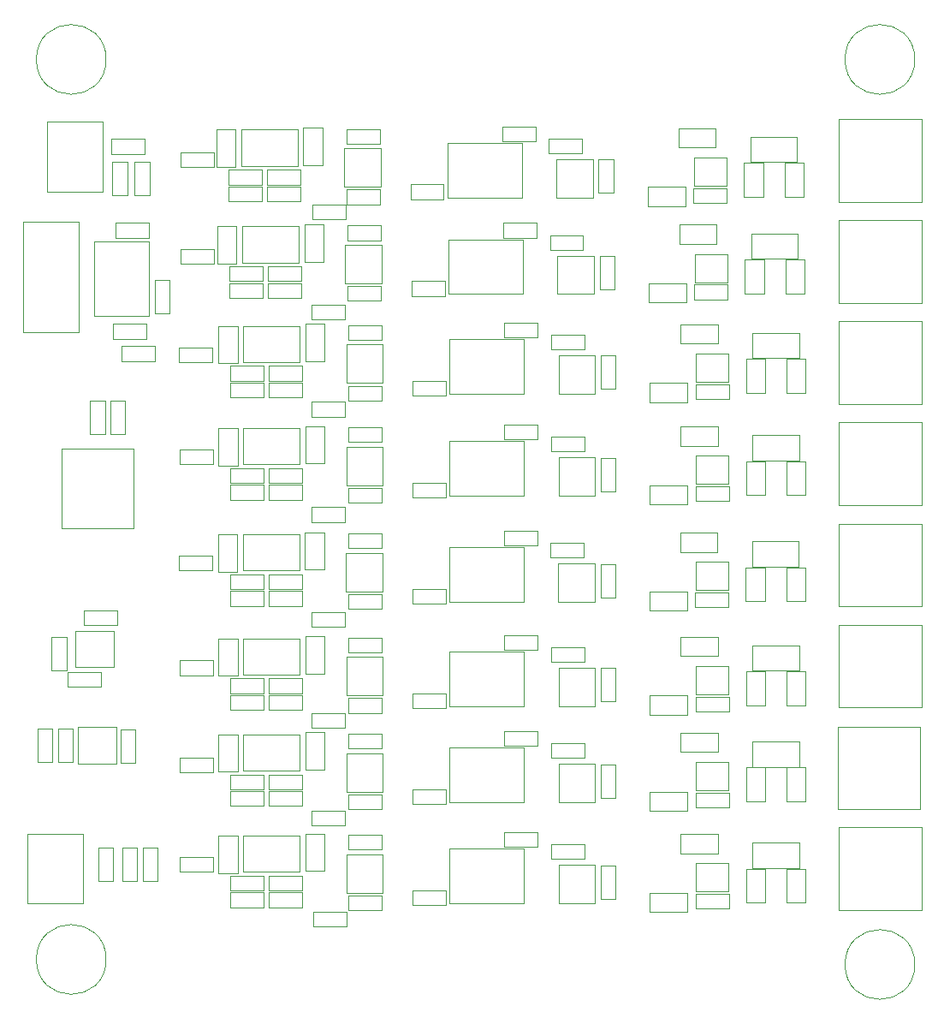
<source format=gbr>
G04 #@! TF.GenerationSoftware,KiCad,Pcbnew,(5.1.5-0)*
G04 #@! TF.CreationDate,2020-03-26T07:19:41-06:00*
G04 #@! TF.ProjectId,8ch_v3,3863685f-7633-42e6-9b69-6361645f7063,rev?*
G04 #@! TF.SameCoordinates,Original*
G04 #@! TF.FileFunction,Other,User*
%FSLAX46Y46*%
G04 Gerber Fmt 4.6, Leading zero omitted, Abs format (unit mm)*
G04 Created by KiCad (PCBNEW (5.1.5-0)) date 2020-03-26 07:19:41*
%MOMM*%
%LPD*%
G04 APERTURE LIST*
%ADD10C,0.050000*%
G04 APERTURE END LIST*
D10*
X149130000Y-117950000D02*
X149130000Y-121250000D01*
X147670000Y-117950000D02*
X149130000Y-117950000D01*
X147670000Y-121250000D02*
X147670000Y-117950000D01*
X149130000Y-121250000D02*
X147670000Y-121250000D01*
X145650000Y-109620000D02*
X145650000Y-106020000D01*
X149450000Y-109620000D02*
X145650000Y-109620000D01*
X149450000Y-106020000D02*
X149450000Y-109620000D01*
X145650000Y-106020000D02*
X149450000Y-106020000D01*
X141670000Y-109450000D02*
X141670000Y-106150000D01*
X143130000Y-109450000D02*
X141670000Y-109450000D01*
X143130000Y-106150000D02*
X143130000Y-109450000D01*
X141670000Y-106150000D02*
X143130000Y-106150000D01*
X168950000Y-124270000D02*
X172250000Y-124270000D01*
X168950000Y-125730000D02*
X168950000Y-124270000D01*
X172250000Y-125730000D02*
X168950000Y-125730000D01*
X172250000Y-124270000D02*
X172250000Y-125730000D01*
X155750000Y-118870000D02*
X159050000Y-118870000D01*
X155750000Y-120330000D02*
X155750000Y-118870000D01*
X159050000Y-120330000D02*
X155750000Y-120330000D01*
X159050000Y-118870000D02*
X159050000Y-120330000D01*
X168750000Y-114270000D02*
X172050000Y-114270000D01*
X168750000Y-115730000D02*
X168750000Y-114270000D01*
X172050000Y-115730000D02*
X168750000Y-115730000D01*
X172050000Y-114270000D02*
X172050000Y-115730000D01*
X155750000Y-109070000D02*
X159050000Y-109070000D01*
X155750000Y-110530000D02*
X155750000Y-109070000D01*
X159050000Y-110530000D02*
X155750000Y-110530000D01*
X159050000Y-109070000D02*
X159050000Y-110530000D01*
X168750000Y-104670000D02*
X172050000Y-104670000D01*
X168750000Y-106130000D02*
X168750000Y-104670000D01*
X172050000Y-106130000D02*
X168750000Y-106130000D01*
X172050000Y-104670000D02*
X172050000Y-106130000D01*
X155700000Y-99440000D02*
X159000000Y-99440000D01*
X155700000Y-100900000D02*
X155700000Y-99440000D01*
X159000000Y-100900000D02*
X155700000Y-100900000D01*
X159000000Y-99440000D02*
X159000000Y-100900000D01*
X168750000Y-94670000D02*
X172050000Y-94670000D01*
X168750000Y-96130000D02*
X168750000Y-94670000D01*
X172050000Y-96130000D02*
X168750000Y-96130000D01*
X172050000Y-94670000D02*
X172050000Y-96130000D01*
X155680000Y-89070000D02*
X158980000Y-89070000D01*
X155680000Y-90530000D02*
X155680000Y-89070000D01*
X158980000Y-90530000D02*
X155680000Y-90530000D01*
X158980000Y-89070000D02*
X158980000Y-90530000D01*
X168750000Y-84270000D02*
X172050000Y-84270000D01*
X168750000Y-85730000D02*
X168750000Y-84270000D01*
X172050000Y-85730000D02*
X168750000Y-85730000D01*
X172050000Y-84270000D02*
X172050000Y-85730000D01*
X155700000Y-78590000D02*
X159000000Y-78590000D01*
X155700000Y-80050000D02*
X155700000Y-78590000D01*
X159000000Y-80050000D02*
X155700000Y-80050000D01*
X159000000Y-78590000D02*
X159000000Y-80050000D01*
X168750000Y-73870000D02*
X172050000Y-73870000D01*
X168750000Y-75330000D02*
X168750000Y-73870000D01*
X172050000Y-75330000D02*
X168750000Y-75330000D01*
X172050000Y-73870000D02*
X172050000Y-75330000D01*
X155650000Y-68500000D02*
X158950000Y-68500000D01*
X155650000Y-69960000D02*
X155650000Y-68500000D01*
X158950000Y-69960000D02*
X155650000Y-69960000D01*
X158950000Y-68500000D02*
X158950000Y-69960000D01*
X168750000Y-64270000D02*
X172050000Y-64270000D01*
X168750000Y-65730000D02*
X168750000Y-64270000D01*
X172050000Y-65730000D02*
X168750000Y-65730000D01*
X172050000Y-64270000D02*
X172050000Y-65730000D01*
X155850000Y-58770000D02*
X159150000Y-58770000D01*
X155850000Y-60230000D02*
X155850000Y-58770000D01*
X159150000Y-60230000D02*
X155850000Y-60230000D01*
X159150000Y-58770000D02*
X159150000Y-60230000D01*
X168850000Y-54370000D02*
X172150000Y-54370000D01*
X168850000Y-55830000D02*
X168850000Y-54370000D01*
X172150000Y-55830000D02*
X168850000Y-55830000D01*
X172150000Y-54370000D02*
X172150000Y-55830000D01*
X155825000Y-49170000D02*
X159125000Y-49170000D01*
X155825000Y-50630000D02*
X155825000Y-49170000D01*
X159125000Y-50630000D02*
X155825000Y-50630000D01*
X159125000Y-49170000D02*
X159125000Y-50630000D01*
X149870000Y-109550000D02*
X149870000Y-106250000D01*
X151330000Y-109550000D02*
X149870000Y-109550000D01*
X151330000Y-106250000D02*
X151330000Y-109550000D01*
X149870000Y-106250000D02*
X151330000Y-106250000D01*
X143670000Y-109450000D02*
X143670000Y-106150000D01*
X145130000Y-109450000D02*
X143670000Y-109450000D01*
X145130000Y-106150000D02*
X145130000Y-109450000D01*
X143670000Y-106150000D02*
X145130000Y-106150000D01*
X167600000Y-116750000D02*
X162000000Y-116750000D01*
X167600000Y-120350000D02*
X162000000Y-120350000D01*
X162000000Y-120350000D02*
X162000000Y-116750000D01*
X167600000Y-120350000D02*
X167600000Y-116750000D01*
X175800000Y-122400000D02*
X172200000Y-122400000D01*
X175800000Y-118600000D02*
X175800000Y-122400000D01*
X172200000Y-118600000D02*
X175800000Y-118600000D01*
X172200000Y-122400000D02*
X172200000Y-118600000D01*
X167600000Y-106750000D02*
X162000000Y-106750000D01*
X167600000Y-110350000D02*
X162000000Y-110350000D01*
X162000000Y-110350000D02*
X162000000Y-106750000D01*
X167600000Y-110350000D02*
X167600000Y-106750000D01*
X175800000Y-112400000D02*
X172200000Y-112400000D01*
X175800000Y-108600000D02*
X175800000Y-112400000D01*
X172200000Y-108600000D02*
X175800000Y-108600000D01*
X172200000Y-112400000D02*
X172200000Y-108600000D01*
X167600000Y-97250000D02*
X162000000Y-97250000D01*
X167600000Y-100850000D02*
X162000000Y-100850000D01*
X162000000Y-100850000D02*
X162000000Y-97250000D01*
X167600000Y-100850000D02*
X167600000Y-97250000D01*
X175800000Y-102900000D02*
X172200000Y-102900000D01*
X175800000Y-99100000D02*
X175800000Y-102900000D01*
X172200000Y-99100000D02*
X175800000Y-99100000D01*
X172200000Y-102900000D02*
X172200000Y-99100000D01*
X167575000Y-86950000D02*
X161975000Y-86950000D01*
X167575000Y-90550000D02*
X161975000Y-90550000D01*
X161975000Y-90550000D02*
X161975000Y-86950000D01*
X167575000Y-90550000D02*
X167575000Y-86950000D01*
X175775000Y-92600000D02*
X172175000Y-92600000D01*
X175775000Y-88800000D02*
X175775000Y-92600000D01*
X172175000Y-88800000D02*
X175775000Y-88800000D01*
X172175000Y-92600000D02*
X172175000Y-88800000D01*
X167600000Y-76450000D02*
X162000000Y-76450000D01*
X167600000Y-80050000D02*
X162000000Y-80050000D01*
X162000000Y-80050000D02*
X162000000Y-76450000D01*
X167600000Y-80050000D02*
X167600000Y-76450000D01*
X175800000Y-82100000D02*
X172200000Y-82100000D01*
X175800000Y-78300000D02*
X175800000Y-82100000D01*
X172200000Y-78300000D02*
X175800000Y-78300000D01*
X172200000Y-82100000D02*
X172200000Y-78300000D01*
X167600000Y-66350000D02*
X162000000Y-66350000D01*
X167600000Y-69950000D02*
X162000000Y-69950000D01*
X162000000Y-69950000D02*
X162000000Y-66350000D01*
X167600000Y-69950000D02*
X167600000Y-66350000D01*
X175800000Y-72000000D02*
X172200000Y-72000000D01*
X175800000Y-68200000D02*
X175800000Y-72000000D01*
X172200000Y-68200000D02*
X175800000Y-68200000D01*
X172200000Y-72000000D02*
X172200000Y-68200000D01*
X167500000Y-56500000D02*
X161900000Y-56500000D01*
X167500000Y-60100000D02*
X161900000Y-60100000D01*
X161900000Y-60100000D02*
X161900000Y-56500000D01*
X167500000Y-60100000D02*
X167500000Y-56500000D01*
X175700000Y-62150000D02*
X172100000Y-62150000D01*
X175700000Y-58350000D02*
X175700000Y-62150000D01*
X172100000Y-58350000D02*
X175700000Y-58350000D01*
X172100000Y-62150000D02*
X172100000Y-58350000D01*
X167400000Y-46950000D02*
X161800000Y-46950000D01*
X167400000Y-50550000D02*
X161800000Y-50550000D01*
X161800000Y-50550000D02*
X161800000Y-46950000D01*
X167400000Y-50550000D02*
X167400000Y-46950000D01*
X175600000Y-52600000D02*
X172000000Y-52600000D01*
X175600000Y-48800000D02*
X175600000Y-52600000D01*
X172000000Y-48800000D02*
X175600000Y-48800000D01*
X172000000Y-52600000D02*
X172000000Y-48800000D01*
X167850000Y-123830000D02*
X164550000Y-123830000D01*
X167850000Y-122370000D02*
X167850000Y-123830000D01*
X164550000Y-122370000D02*
X167850000Y-122370000D01*
X164550000Y-123830000D02*
X164550000Y-122370000D01*
X164050000Y-123830000D02*
X160750000Y-123830000D01*
X164050000Y-122370000D02*
X164050000Y-123830000D01*
X160750000Y-122370000D02*
X164050000Y-122370000D01*
X160750000Y-123830000D02*
X160750000Y-122370000D01*
X167850000Y-113830000D02*
X164550000Y-113830000D01*
X167850000Y-112370000D02*
X167850000Y-113830000D01*
X164550000Y-112370000D02*
X167850000Y-112370000D01*
X164550000Y-113830000D02*
X164550000Y-112370000D01*
X164050000Y-113830000D02*
X160750000Y-113830000D01*
X164050000Y-112370000D02*
X164050000Y-113830000D01*
X160750000Y-112370000D02*
X164050000Y-112370000D01*
X160750000Y-113830000D02*
X160750000Y-112370000D01*
X167850000Y-104330000D02*
X164550000Y-104330000D01*
X167850000Y-102870000D02*
X167850000Y-104330000D01*
X164550000Y-102870000D02*
X167850000Y-102870000D01*
X164550000Y-104330000D02*
X164550000Y-102870000D01*
X164050000Y-104330000D02*
X160750000Y-104330000D01*
X164050000Y-102870000D02*
X164050000Y-104330000D01*
X160750000Y-102870000D02*
X164050000Y-102870000D01*
X160750000Y-104330000D02*
X160750000Y-102870000D01*
X167825000Y-94030000D02*
X164525000Y-94030000D01*
X167825000Y-92570000D02*
X167825000Y-94030000D01*
X164525000Y-92570000D02*
X167825000Y-92570000D01*
X164525000Y-94030000D02*
X164525000Y-92570000D01*
X164025000Y-94030000D02*
X160725000Y-94030000D01*
X164025000Y-92570000D02*
X164025000Y-94030000D01*
X160725000Y-92570000D02*
X164025000Y-92570000D01*
X160725000Y-94030000D02*
X160725000Y-92570000D01*
X167850000Y-83530000D02*
X164550000Y-83530000D01*
X167850000Y-82070000D02*
X167850000Y-83530000D01*
X164550000Y-82070000D02*
X167850000Y-82070000D01*
X164550000Y-83530000D02*
X164550000Y-82070000D01*
X164050000Y-83530000D02*
X160750000Y-83530000D01*
X164050000Y-82070000D02*
X164050000Y-83530000D01*
X160750000Y-82070000D02*
X164050000Y-82070000D01*
X160750000Y-83530000D02*
X160750000Y-82070000D01*
X167850000Y-73430000D02*
X164550000Y-73430000D01*
X167850000Y-71970000D02*
X167850000Y-73430000D01*
X164550000Y-71970000D02*
X167850000Y-71970000D01*
X164550000Y-73430000D02*
X164550000Y-71970000D01*
X164050000Y-73430000D02*
X160750000Y-73430000D01*
X164050000Y-71970000D02*
X164050000Y-73430000D01*
X160750000Y-71970000D02*
X164050000Y-71970000D01*
X160750000Y-73430000D02*
X160750000Y-71970000D01*
X167750000Y-63580000D02*
X164450000Y-63580000D01*
X167750000Y-62120000D02*
X167750000Y-63580000D01*
X164450000Y-62120000D02*
X167750000Y-62120000D01*
X164450000Y-63580000D02*
X164450000Y-62120000D01*
X163950000Y-63580000D02*
X160650000Y-63580000D01*
X163950000Y-62120000D02*
X163950000Y-63580000D01*
X160650000Y-62120000D02*
X163950000Y-62120000D01*
X160650000Y-63580000D02*
X160650000Y-62120000D01*
X167650000Y-54030000D02*
X164350000Y-54030000D01*
X167650000Y-52570000D02*
X167650000Y-54030000D01*
X164350000Y-52570000D02*
X167650000Y-52570000D01*
X164350000Y-54030000D02*
X164350000Y-52570000D01*
X163850000Y-54030000D02*
X160550000Y-54030000D01*
X163850000Y-52570000D02*
X163850000Y-54030000D01*
X160550000Y-52570000D02*
X163850000Y-52570000D01*
X160550000Y-54030000D02*
X160550000Y-52570000D01*
X170050000Y-116550000D02*
X170050000Y-120250000D01*
X168150000Y-116550000D02*
X170050000Y-116550000D01*
X168150000Y-120250000D02*
X168150000Y-116550000D01*
X170050000Y-120250000D02*
X168150000Y-120250000D01*
X167850000Y-122180000D02*
X164550000Y-122180000D01*
X167850000Y-120720000D02*
X167850000Y-122180000D01*
X164550000Y-120720000D02*
X167850000Y-120720000D01*
X164550000Y-122180000D02*
X164550000Y-120720000D01*
X175750000Y-118130000D02*
X172450000Y-118130000D01*
X175750000Y-116670000D02*
X175750000Y-118130000D01*
X172450000Y-116670000D02*
X175750000Y-116670000D01*
X172450000Y-118130000D02*
X172450000Y-116670000D01*
X164050000Y-122180000D02*
X160750000Y-122180000D01*
X164050000Y-120720000D02*
X164050000Y-122180000D01*
X160750000Y-120720000D02*
X164050000Y-120720000D01*
X160750000Y-122180000D02*
X160750000Y-120720000D01*
X175750000Y-124130000D02*
X172450000Y-124130000D01*
X175750000Y-122670000D02*
X175750000Y-124130000D01*
X172450000Y-122670000D02*
X175750000Y-122670000D01*
X172450000Y-124130000D02*
X172450000Y-122670000D01*
X161450000Y-116750000D02*
X161450000Y-120450000D01*
X159550000Y-116750000D02*
X161450000Y-116750000D01*
X159550000Y-120450000D02*
X159550000Y-116750000D01*
X161450000Y-120450000D02*
X159550000Y-120450000D01*
X170050000Y-106550000D02*
X170050000Y-110250000D01*
X168150000Y-106550000D02*
X170050000Y-106550000D01*
X168150000Y-110250000D02*
X168150000Y-106550000D01*
X170050000Y-110250000D02*
X168150000Y-110250000D01*
X167850000Y-112180000D02*
X164550000Y-112180000D01*
X167850000Y-110720000D02*
X167850000Y-112180000D01*
X164550000Y-110720000D02*
X167850000Y-110720000D01*
X164550000Y-112180000D02*
X164550000Y-110720000D01*
X175750000Y-108130000D02*
X172450000Y-108130000D01*
X175750000Y-106670000D02*
X175750000Y-108130000D01*
X172450000Y-106670000D02*
X175750000Y-106670000D01*
X172450000Y-108130000D02*
X172450000Y-106670000D01*
X164050000Y-112180000D02*
X160750000Y-112180000D01*
X164050000Y-110720000D02*
X164050000Y-112180000D01*
X160750000Y-110720000D02*
X164050000Y-110720000D01*
X160750000Y-112180000D02*
X160750000Y-110720000D01*
X175750000Y-114130000D02*
X172450000Y-114130000D01*
X175750000Y-112670000D02*
X175750000Y-114130000D01*
X172450000Y-112670000D02*
X175750000Y-112670000D01*
X172450000Y-114130000D02*
X172450000Y-112670000D01*
X161450000Y-106750000D02*
X161450000Y-110450000D01*
X159550000Y-106750000D02*
X161450000Y-106750000D01*
X159550000Y-110450000D02*
X159550000Y-106750000D01*
X161450000Y-110450000D02*
X159550000Y-110450000D01*
X170050000Y-97050000D02*
X170050000Y-100750000D01*
X168150000Y-97050000D02*
X170050000Y-97050000D01*
X168150000Y-100750000D02*
X168150000Y-97050000D01*
X170050000Y-100750000D02*
X168150000Y-100750000D01*
X167850000Y-102680000D02*
X164550000Y-102680000D01*
X167850000Y-101220000D02*
X167850000Y-102680000D01*
X164550000Y-101220000D02*
X167850000Y-101220000D01*
X164550000Y-102680000D02*
X164550000Y-101220000D01*
X175750000Y-98630000D02*
X172450000Y-98630000D01*
X175750000Y-97170000D02*
X175750000Y-98630000D01*
X172450000Y-97170000D02*
X175750000Y-97170000D01*
X172450000Y-98630000D02*
X172450000Y-97170000D01*
X164050000Y-102680000D02*
X160750000Y-102680000D01*
X164050000Y-101220000D02*
X164050000Y-102680000D01*
X160750000Y-101220000D02*
X164050000Y-101220000D01*
X160750000Y-102680000D02*
X160750000Y-101220000D01*
X175750000Y-104630000D02*
X172450000Y-104630000D01*
X175750000Y-103170000D02*
X175750000Y-104630000D01*
X172450000Y-103170000D02*
X175750000Y-103170000D01*
X172450000Y-104630000D02*
X172450000Y-103170000D01*
X161450000Y-97250000D02*
X161450000Y-100950000D01*
X159550000Y-97250000D02*
X161450000Y-97250000D01*
X159550000Y-100950000D02*
X159550000Y-97250000D01*
X161450000Y-100950000D02*
X159550000Y-100950000D01*
X170025000Y-86750000D02*
X170025000Y-90450000D01*
X168125000Y-86750000D02*
X170025000Y-86750000D01*
X168125000Y-90450000D02*
X168125000Y-86750000D01*
X170025000Y-90450000D02*
X168125000Y-90450000D01*
X167825000Y-92380000D02*
X164525000Y-92380000D01*
X167825000Y-90920000D02*
X167825000Y-92380000D01*
X164525000Y-90920000D02*
X167825000Y-90920000D01*
X164525000Y-92380000D02*
X164525000Y-90920000D01*
X175725000Y-88330000D02*
X172425000Y-88330000D01*
X175725000Y-86870000D02*
X175725000Y-88330000D01*
X172425000Y-86870000D02*
X175725000Y-86870000D01*
X172425000Y-88330000D02*
X172425000Y-86870000D01*
X164025000Y-92380000D02*
X160725000Y-92380000D01*
X164025000Y-90920000D02*
X164025000Y-92380000D01*
X160725000Y-90920000D02*
X164025000Y-90920000D01*
X160725000Y-92380000D02*
X160725000Y-90920000D01*
X175725000Y-94330000D02*
X172425000Y-94330000D01*
X175725000Y-92870000D02*
X175725000Y-94330000D01*
X172425000Y-92870000D02*
X175725000Y-92870000D01*
X172425000Y-94330000D02*
X172425000Y-92870000D01*
X161425000Y-86950000D02*
X161425000Y-90650000D01*
X159525000Y-86950000D02*
X161425000Y-86950000D01*
X159525000Y-90650000D02*
X159525000Y-86950000D01*
X161425000Y-90650000D02*
X159525000Y-90650000D01*
X170050000Y-76250000D02*
X170050000Y-79950000D01*
X168150000Y-76250000D02*
X170050000Y-76250000D01*
X168150000Y-79950000D02*
X168150000Y-76250000D01*
X170050000Y-79950000D02*
X168150000Y-79950000D01*
X167850000Y-81880000D02*
X164550000Y-81880000D01*
X167850000Y-80420000D02*
X167850000Y-81880000D01*
X164550000Y-80420000D02*
X167850000Y-80420000D01*
X164550000Y-81880000D02*
X164550000Y-80420000D01*
X175750000Y-77830000D02*
X172450000Y-77830000D01*
X175750000Y-76370000D02*
X175750000Y-77830000D01*
X172450000Y-76370000D02*
X175750000Y-76370000D01*
X172450000Y-77830000D02*
X172450000Y-76370000D01*
X164050000Y-81880000D02*
X160750000Y-81880000D01*
X164050000Y-80420000D02*
X164050000Y-81880000D01*
X160750000Y-80420000D02*
X164050000Y-80420000D01*
X160750000Y-81880000D02*
X160750000Y-80420000D01*
X175750000Y-83830000D02*
X172450000Y-83830000D01*
X175750000Y-82370000D02*
X175750000Y-83830000D01*
X172450000Y-82370000D02*
X175750000Y-82370000D01*
X172450000Y-83830000D02*
X172450000Y-82370000D01*
X161450000Y-76450000D02*
X161450000Y-80150000D01*
X159550000Y-76450000D02*
X161450000Y-76450000D01*
X159550000Y-80150000D02*
X159550000Y-76450000D01*
X161450000Y-80150000D02*
X159550000Y-80150000D01*
X170050000Y-66150000D02*
X170050000Y-69850000D01*
X168150000Y-66150000D02*
X170050000Y-66150000D01*
X168150000Y-69850000D02*
X168150000Y-66150000D01*
X170050000Y-69850000D02*
X168150000Y-69850000D01*
X167850000Y-71780000D02*
X164550000Y-71780000D01*
X167850000Y-70320000D02*
X167850000Y-71780000D01*
X164550000Y-70320000D02*
X167850000Y-70320000D01*
X164550000Y-71780000D02*
X164550000Y-70320000D01*
X175750000Y-67730000D02*
X172450000Y-67730000D01*
X175750000Y-66270000D02*
X175750000Y-67730000D01*
X172450000Y-66270000D02*
X175750000Y-66270000D01*
X172450000Y-67730000D02*
X172450000Y-66270000D01*
X164050000Y-71780000D02*
X160750000Y-71780000D01*
X164050000Y-70320000D02*
X164050000Y-71780000D01*
X160750000Y-70320000D02*
X164050000Y-70320000D01*
X160750000Y-71780000D02*
X160750000Y-70320000D01*
X175750000Y-73730000D02*
X172450000Y-73730000D01*
X175750000Y-72270000D02*
X175750000Y-73730000D01*
X172450000Y-72270000D02*
X175750000Y-72270000D01*
X172450000Y-73730000D02*
X172450000Y-72270000D01*
X161450000Y-66350000D02*
X161450000Y-70050000D01*
X159550000Y-66350000D02*
X161450000Y-66350000D01*
X159550000Y-70050000D02*
X159550000Y-66350000D01*
X161450000Y-70050000D02*
X159550000Y-70050000D01*
X169950000Y-56300000D02*
X169950000Y-60000000D01*
X168050000Y-56300000D02*
X169950000Y-56300000D01*
X168050000Y-60000000D02*
X168050000Y-56300000D01*
X169950000Y-60000000D02*
X168050000Y-60000000D01*
X167750000Y-61930000D02*
X164450000Y-61930000D01*
X167750000Y-60470000D02*
X167750000Y-61930000D01*
X164450000Y-60470000D02*
X167750000Y-60470000D01*
X164450000Y-61930000D02*
X164450000Y-60470000D01*
X175650000Y-57880000D02*
X172350000Y-57880000D01*
X175650000Y-56420000D02*
X175650000Y-57880000D01*
X172350000Y-56420000D02*
X175650000Y-56420000D01*
X172350000Y-57880000D02*
X172350000Y-56420000D01*
X163950000Y-61930000D02*
X160650000Y-61930000D01*
X163950000Y-60470000D02*
X163950000Y-61930000D01*
X160650000Y-60470000D02*
X163950000Y-60470000D01*
X160650000Y-61930000D02*
X160650000Y-60470000D01*
X175650000Y-63880000D02*
X172350000Y-63880000D01*
X175650000Y-62420000D02*
X175650000Y-63880000D01*
X172350000Y-62420000D02*
X175650000Y-62420000D01*
X172350000Y-63880000D02*
X172350000Y-62420000D01*
X161350000Y-56500000D02*
X161350000Y-60200000D01*
X159450000Y-56500000D02*
X161350000Y-56500000D01*
X159450000Y-60200000D02*
X159450000Y-56500000D01*
X161350000Y-60200000D02*
X159450000Y-60200000D01*
X169850000Y-46750000D02*
X169850000Y-50450000D01*
X167950000Y-46750000D02*
X169850000Y-46750000D01*
X167950000Y-50450000D02*
X167950000Y-46750000D01*
X169850000Y-50450000D02*
X167950000Y-50450000D01*
X167650000Y-52380000D02*
X164350000Y-52380000D01*
X167650000Y-50920000D02*
X167650000Y-52380000D01*
X164350000Y-50920000D02*
X167650000Y-50920000D01*
X164350000Y-52380000D02*
X164350000Y-50920000D01*
X175550000Y-48330000D02*
X172250000Y-48330000D01*
X175550000Y-46870000D02*
X175550000Y-48330000D01*
X172250000Y-46870000D02*
X175550000Y-46870000D01*
X172250000Y-48330000D02*
X172250000Y-46870000D01*
X163850000Y-52380000D02*
X160550000Y-52380000D01*
X163850000Y-50920000D02*
X163850000Y-52380000D01*
X160550000Y-50920000D02*
X163850000Y-50920000D01*
X160550000Y-52380000D02*
X160550000Y-50920000D01*
X175550000Y-54330000D02*
X172250000Y-54330000D01*
X175550000Y-52870000D02*
X175550000Y-54330000D01*
X172250000Y-52870000D02*
X175550000Y-52870000D01*
X172250000Y-54330000D02*
X172250000Y-52870000D01*
X161250000Y-46950000D02*
X161250000Y-50650000D01*
X159350000Y-46950000D02*
X161250000Y-46950000D01*
X159350000Y-50650000D02*
X159350000Y-46950000D01*
X161250000Y-50650000D02*
X159350000Y-50650000D01*
X152070000Y-121250000D02*
X152070000Y-117950000D01*
X153530000Y-121250000D02*
X152070000Y-121250000D01*
X153530000Y-117950000D02*
X153530000Y-121250000D01*
X152070000Y-117950000D02*
X153530000Y-117950000D01*
X150530000Y-50150000D02*
X150530000Y-53450000D01*
X149070000Y-50150000D02*
X150530000Y-50150000D01*
X149070000Y-53450000D02*
X149070000Y-50150000D01*
X150530000Y-53450000D02*
X149070000Y-53450000D01*
X142600000Y-46150000D02*
X142600000Y-53050000D01*
X148100000Y-46150000D02*
X142600000Y-46150000D01*
X148100000Y-53050000D02*
X148100000Y-46150000D01*
X142600000Y-53050000D02*
X148100000Y-53050000D01*
X146200000Y-123450000D02*
X146200000Y-116550000D01*
X140700000Y-123450000D02*
X146200000Y-123450000D01*
X140700000Y-116550000D02*
X140700000Y-123450000D01*
X146200000Y-116550000D02*
X140700000Y-116550000D01*
X148950000Y-47870000D02*
X152250000Y-47870000D01*
X148950000Y-49330000D02*
X148950000Y-47870000D01*
X152250000Y-49330000D02*
X148950000Y-49330000D01*
X152250000Y-47870000D02*
X152250000Y-49330000D01*
X151530000Y-117950000D02*
X151530000Y-121250000D01*
X150070000Y-117950000D02*
X151530000Y-117950000D01*
X150070000Y-121250000D02*
X150070000Y-117950000D01*
X151530000Y-121250000D02*
X150070000Y-121250000D01*
X151270000Y-53450000D02*
X151270000Y-50150000D01*
X152730000Y-53450000D02*
X151270000Y-53450000D01*
X152730000Y-50150000D02*
X152730000Y-53450000D01*
X151270000Y-50150000D02*
X152730000Y-50150000D01*
X145420000Y-100120000D02*
X145420000Y-96520000D01*
X149220000Y-100120000D02*
X145420000Y-100120000D01*
X149220000Y-96520000D02*
X149220000Y-100120000D01*
X145420000Y-96520000D02*
X149220000Y-96520000D01*
X145700000Y-66950000D02*
X145700000Y-56050000D01*
X140200000Y-66950000D02*
X145700000Y-66950000D01*
X140200000Y-56050000D02*
X140200000Y-66950000D01*
X145700000Y-56050000D02*
X140200000Y-56050000D01*
X220800000Y-105975000D02*
X229000000Y-105975000D01*
X229000000Y-105975000D02*
X229000000Y-114175000D01*
X229000000Y-114175000D02*
X220800000Y-114175000D01*
X220800000Y-114175000D02*
X220800000Y-105975000D01*
X220900000Y-55900000D02*
X229100000Y-55900000D01*
X229100000Y-55900000D02*
X229100000Y-64100000D01*
X229100000Y-64100000D02*
X220900000Y-64100000D01*
X220900000Y-64100000D02*
X220900000Y-55900000D01*
X220900000Y-54100000D02*
X220900000Y-45900000D01*
X220900000Y-45900000D02*
X229100000Y-45900000D01*
X229100000Y-45900000D02*
X229100000Y-54100000D01*
X229100000Y-54100000D02*
X220900000Y-54100000D01*
X149150000Y-66170000D02*
X152450000Y-66170000D01*
X149150000Y-67630000D02*
X149150000Y-66170000D01*
X152450000Y-67630000D02*
X149150000Y-67630000D01*
X152450000Y-66170000D02*
X152450000Y-67630000D01*
X149950000Y-68370000D02*
X153250000Y-68370000D01*
X149950000Y-69830000D02*
X149950000Y-68370000D01*
X153250000Y-69830000D02*
X149950000Y-69830000D01*
X153250000Y-68370000D02*
X153250000Y-69830000D01*
X152700000Y-65400000D02*
X152700000Y-58000000D01*
X147300000Y-65400000D02*
X152700000Y-65400000D01*
X147300000Y-58000000D02*
X147300000Y-65400000D01*
X152700000Y-58000000D02*
X147300000Y-58000000D01*
X144050000Y-78450000D02*
X144050000Y-86350000D01*
X151150000Y-78450000D02*
X151150000Y-86350000D01*
X151150000Y-86350000D02*
X144050000Y-86350000D01*
X151150000Y-78450000D02*
X144050000Y-78450000D01*
X154730000Y-61850000D02*
X154730000Y-65150000D01*
X153270000Y-61850000D02*
X154730000Y-61850000D01*
X153270000Y-65150000D02*
X153270000Y-61850000D01*
X154730000Y-65150000D02*
X153270000Y-65150000D01*
X149350000Y-56170000D02*
X152650000Y-56170000D01*
X149350000Y-57630000D02*
X149350000Y-56170000D01*
X152650000Y-57630000D02*
X149350000Y-57630000D01*
X152650000Y-56170000D02*
X152650000Y-57630000D01*
X146870000Y-77050000D02*
X146870000Y-73750000D01*
X148330000Y-77050000D02*
X146870000Y-77050000D01*
X148330000Y-73750000D02*
X148330000Y-77050000D01*
X146870000Y-73750000D02*
X148330000Y-73750000D01*
X148870000Y-77050000D02*
X148870000Y-73750000D01*
X150330000Y-77050000D02*
X148870000Y-77050000D01*
X150330000Y-73750000D02*
X150330000Y-77050000D01*
X148870000Y-73750000D02*
X150330000Y-73750000D01*
X217650000Y-120020000D02*
X217650000Y-123380000D01*
X215750000Y-120020000D02*
X217650000Y-120020000D01*
X215750000Y-123380000D02*
X215750000Y-120020000D01*
X217650000Y-123380000D02*
X215750000Y-123380000D01*
X213650000Y-120020000D02*
X213650000Y-123380000D01*
X211750000Y-120020000D02*
X213650000Y-120020000D01*
X211750000Y-123380000D02*
X211750000Y-120020000D01*
X213650000Y-123380000D02*
X211750000Y-123380000D01*
X210050000Y-123980000D02*
X206750000Y-123980000D01*
X210050000Y-122520000D02*
X210050000Y-123980000D01*
X206750000Y-122520000D02*
X210050000Y-122520000D01*
X206750000Y-123980000D02*
X206750000Y-122520000D01*
X217650000Y-110020000D02*
X217650000Y-113380000D01*
X215750000Y-110020000D02*
X217650000Y-110020000D01*
X215750000Y-113380000D02*
X215750000Y-110020000D01*
X217650000Y-113380000D02*
X215750000Y-113380000D01*
X213650000Y-110020000D02*
X213650000Y-113380000D01*
X211750000Y-110020000D02*
X213650000Y-110020000D01*
X211750000Y-113380000D02*
X211750000Y-110020000D01*
X213650000Y-113380000D02*
X211750000Y-113380000D01*
X210050000Y-113980000D02*
X206750000Y-113980000D01*
X210050000Y-112520000D02*
X210050000Y-113980000D01*
X206750000Y-112520000D02*
X210050000Y-112520000D01*
X206750000Y-113980000D02*
X206750000Y-112520000D01*
X217650000Y-100520000D02*
X217650000Y-103880000D01*
X215750000Y-100520000D02*
X217650000Y-100520000D01*
X215750000Y-103880000D02*
X215750000Y-100520000D01*
X217650000Y-103880000D02*
X215750000Y-103880000D01*
X213650000Y-100520000D02*
X213650000Y-103880000D01*
X211750000Y-100520000D02*
X213650000Y-100520000D01*
X211750000Y-103880000D02*
X211750000Y-100520000D01*
X213650000Y-103880000D02*
X211750000Y-103880000D01*
X210050000Y-104480000D02*
X206750000Y-104480000D01*
X210050000Y-103020000D02*
X210050000Y-104480000D01*
X206750000Y-103020000D02*
X210050000Y-103020000D01*
X206750000Y-104480000D02*
X206750000Y-103020000D01*
X217625000Y-90220000D02*
X217625000Y-93580000D01*
X215725000Y-90220000D02*
X217625000Y-90220000D01*
X215725000Y-93580000D02*
X215725000Y-90220000D01*
X217625000Y-93580000D02*
X215725000Y-93580000D01*
X213625000Y-90220000D02*
X213625000Y-93580000D01*
X211725000Y-90220000D02*
X213625000Y-90220000D01*
X211725000Y-93580000D02*
X211725000Y-90220000D01*
X213625000Y-93580000D02*
X211725000Y-93580000D01*
X210025000Y-94180000D02*
X206725000Y-94180000D01*
X210025000Y-92720000D02*
X210025000Y-94180000D01*
X206725000Y-92720000D02*
X210025000Y-92720000D01*
X206725000Y-94180000D02*
X206725000Y-92720000D01*
X217650000Y-79720000D02*
X217650000Y-83080000D01*
X215750000Y-79720000D02*
X217650000Y-79720000D01*
X215750000Y-83080000D02*
X215750000Y-79720000D01*
X217650000Y-83080000D02*
X215750000Y-83080000D01*
X213650000Y-79720000D02*
X213650000Y-83080000D01*
X211750000Y-79720000D02*
X213650000Y-79720000D01*
X211750000Y-83080000D02*
X211750000Y-79720000D01*
X213650000Y-83080000D02*
X211750000Y-83080000D01*
X210050000Y-83680000D02*
X206750000Y-83680000D01*
X210050000Y-82220000D02*
X210050000Y-83680000D01*
X206750000Y-82220000D02*
X210050000Y-82220000D01*
X206750000Y-83680000D02*
X206750000Y-82220000D01*
X217650000Y-69620000D02*
X217650000Y-72980000D01*
X215750000Y-69620000D02*
X217650000Y-69620000D01*
X215750000Y-72980000D02*
X215750000Y-69620000D01*
X217650000Y-72980000D02*
X215750000Y-72980000D01*
X213650000Y-69620000D02*
X213650000Y-72980000D01*
X211750000Y-69620000D02*
X213650000Y-69620000D01*
X211750000Y-72980000D02*
X211750000Y-69620000D01*
X213650000Y-72980000D02*
X211750000Y-72980000D01*
X210050000Y-73580000D02*
X206750000Y-73580000D01*
X210050000Y-72120000D02*
X210050000Y-73580000D01*
X206750000Y-72120000D02*
X210050000Y-72120000D01*
X206750000Y-73580000D02*
X206750000Y-72120000D01*
X217550000Y-59770000D02*
X217550000Y-63130000D01*
X215650000Y-59770000D02*
X217550000Y-59770000D01*
X215650000Y-63130000D02*
X215650000Y-59770000D01*
X217550000Y-63130000D02*
X215650000Y-63130000D01*
X213550000Y-59770000D02*
X213550000Y-63130000D01*
X211650000Y-59770000D02*
X213550000Y-59770000D01*
X211650000Y-63130000D02*
X211650000Y-59770000D01*
X213550000Y-63130000D02*
X211650000Y-63130000D01*
X209950000Y-63730000D02*
X206650000Y-63730000D01*
X209950000Y-62270000D02*
X209950000Y-63730000D01*
X206650000Y-62270000D02*
X209950000Y-62270000D01*
X206650000Y-63730000D02*
X206650000Y-62270000D01*
X206800000Y-122300000D02*
X210000000Y-122300000D01*
X206800000Y-119500000D02*
X210000000Y-119500000D01*
X206800000Y-119500000D02*
X206800000Y-122300000D01*
X210000000Y-122300000D02*
X210000000Y-119500000D01*
X206800000Y-112300000D02*
X210000000Y-112300000D01*
X206800000Y-109500000D02*
X210000000Y-109500000D01*
X206800000Y-109500000D02*
X206800000Y-112300000D01*
X210000000Y-112300000D02*
X210000000Y-109500000D01*
X206800000Y-102800000D02*
X210000000Y-102800000D01*
X206800000Y-100000000D02*
X210000000Y-100000000D01*
X206800000Y-100000000D02*
X206800000Y-102800000D01*
X210000000Y-102800000D02*
X210000000Y-100000000D01*
X206775000Y-92500000D02*
X209975000Y-92500000D01*
X206775000Y-89700000D02*
X209975000Y-89700000D01*
X206775000Y-89700000D02*
X206775000Y-92500000D01*
X209975000Y-92500000D02*
X209975000Y-89700000D01*
X206800000Y-82000000D02*
X210000000Y-82000000D01*
X206800000Y-79200000D02*
X210000000Y-79200000D01*
X206800000Y-79200000D02*
X206800000Y-82000000D01*
X210000000Y-82000000D02*
X210000000Y-79200000D01*
X206800000Y-71900000D02*
X210000000Y-71900000D01*
X206800000Y-69100000D02*
X210000000Y-69100000D01*
X206800000Y-69100000D02*
X206800000Y-71900000D01*
X210000000Y-71900000D02*
X210000000Y-69100000D01*
X206700000Y-62050000D02*
X209900000Y-62050000D01*
X206700000Y-59250000D02*
X209900000Y-59250000D01*
X206700000Y-59250000D02*
X206700000Y-62050000D01*
X209900000Y-62050000D02*
X209900000Y-59250000D01*
X205950000Y-124300000D02*
X202250000Y-124300000D01*
X205950000Y-122400000D02*
X205950000Y-124300000D01*
X202250000Y-122400000D02*
X205950000Y-122400000D01*
X202250000Y-124300000D02*
X202250000Y-122400000D01*
X208950000Y-118500000D02*
X205250000Y-118500000D01*
X208950000Y-116600000D02*
X208950000Y-118500000D01*
X205250000Y-116600000D02*
X208950000Y-116600000D01*
X205250000Y-118500000D02*
X205250000Y-116600000D01*
X205950000Y-114300000D02*
X202250000Y-114300000D01*
X205950000Y-112400000D02*
X205950000Y-114300000D01*
X202250000Y-112400000D02*
X205950000Y-112400000D01*
X202250000Y-114300000D02*
X202250000Y-112400000D01*
X208950000Y-108500000D02*
X205250000Y-108500000D01*
X208950000Y-106600000D02*
X208950000Y-108500000D01*
X205250000Y-106600000D02*
X208950000Y-106600000D01*
X205250000Y-108500000D02*
X205250000Y-106600000D01*
X205950000Y-104800000D02*
X202250000Y-104800000D01*
X205950000Y-102900000D02*
X205950000Y-104800000D01*
X202250000Y-102900000D02*
X205950000Y-102900000D01*
X202250000Y-104800000D02*
X202250000Y-102900000D01*
X208950000Y-99000000D02*
X205250000Y-99000000D01*
X208950000Y-97100000D02*
X208950000Y-99000000D01*
X205250000Y-97100000D02*
X208950000Y-97100000D01*
X205250000Y-99000000D02*
X205250000Y-97100000D01*
X205925000Y-94500000D02*
X202225000Y-94500000D01*
X205925000Y-92600000D02*
X205925000Y-94500000D01*
X202225000Y-92600000D02*
X205925000Y-92600000D01*
X202225000Y-94500000D02*
X202225000Y-92600000D01*
X208925000Y-88700000D02*
X205225000Y-88700000D01*
X208925000Y-86800000D02*
X208925000Y-88700000D01*
X205225000Y-86800000D02*
X208925000Y-86800000D01*
X205225000Y-88700000D02*
X205225000Y-86800000D01*
X205950000Y-84000000D02*
X202250000Y-84000000D01*
X205950000Y-82100000D02*
X205950000Y-84000000D01*
X202250000Y-82100000D02*
X205950000Y-82100000D01*
X202250000Y-84000000D02*
X202250000Y-82100000D01*
X208950000Y-78200000D02*
X205250000Y-78200000D01*
X208950000Y-76300000D02*
X208950000Y-78200000D01*
X205250000Y-76300000D02*
X208950000Y-76300000D01*
X205250000Y-78200000D02*
X205250000Y-76300000D01*
X205950000Y-73900000D02*
X202250000Y-73900000D01*
X205950000Y-72000000D02*
X205950000Y-73900000D01*
X202250000Y-72000000D02*
X205950000Y-72000000D01*
X202250000Y-73900000D02*
X202250000Y-72000000D01*
X208950000Y-68100000D02*
X205250000Y-68100000D01*
X208950000Y-66200000D02*
X208950000Y-68100000D01*
X205250000Y-66200000D02*
X208950000Y-66200000D01*
X205250000Y-68100000D02*
X205250000Y-66200000D01*
X205850000Y-64050000D02*
X202150000Y-64050000D01*
X205850000Y-62150000D02*
X205850000Y-64050000D01*
X202150000Y-62150000D02*
X205850000Y-62150000D01*
X202150000Y-64050000D02*
X202150000Y-62150000D01*
X208850000Y-58250000D02*
X205150000Y-58250000D01*
X208850000Y-56350000D02*
X208850000Y-58250000D01*
X205150000Y-56350000D02*
X208850000Y-56350000D01*
X205150000Y-58250000D02*
X205150000Y-56350000D01*
X217000000Y-119950000D02*
X212400000Y-119950000D01*
X217000000Y-119950000D02*
X217000000Y-117450000D01*
X212400000Y-117450000D02*
X212400000Y-119950000D01*
X212400000Y-117450000D02*
X217000000Y-117450000D01*
X217000000Y-109950000D02*
X212400000Y-109950000D01*
X217000000Y-109950000D02*
X217000000Y-107450000D01*
X212400000Y-107450000D02*
X212400000Y-109950000D01*
X212400000Y-107450000D02*
X217000000Y-107450000D01*
X217000000Y-100450000D02*
X212400000Y-100450000D01*
X217000000Y-100450000D02*
X217000000Y-97950000D01*
X212400000Y-97950000D02*
X212400000Y-100450000D01*
X212400000Y-97950000D02*
X217000000Y-97950000D01*
X216975000Y-90150000D02*
X212375000Y-90150000D01*
X216975000Y-90150000D02*
X216975000Y-87650000D01*
X212375000Y-87650000D02*
X212375000Y-90150000D01*
X212375000Y-87650000D02*
X216975000Y-87650000D01*
X217000000Y-79650000D02*
X212400000Y-79650000D01*
X217000000Y-79650000D02*
X217000000Y-77150000D01*
X212400000Y-77150000D02*
X212400000Y-79650000D01*
X212400000Y-77150000D02*
X217000000Y-77150000D01*
X217000000Y-69550000D02*
X212400000Y-69550000D01*
X217000000Y-69550000D02*
X217000000Y-67050000D01*
X212400000Y-67050000D02*
X212400000Y-69550000D01*
X212400000Y-67050000D02*
X217000000Y-67050000D01*
X216900000Y-59700000D02*
X212300000Y-59700000D01*
X216900000Y-59700000D02*
X216900000Y-57200000D01*
X212300000Y-57200000D02*
X212300000Y-59700000D01*
X212300000Y-57200000D02*
X216900000Y-57200000D01*
X220900000Y-115900000D02*
X229100000Y-115900000D01*
X229100000Y-115900000D02*
X229100000Y-124100000D01*
X229100000Y-124100000D02*
X220900000Y-124100000D01*
X220900000Y-124100000D02*
X220900000Y-115900000D01*
X220900000Y-95900000D02*
X229100000Y-95900000D01*
X229100000Y-95900000D02*
X229100000Y-104100000D01*
X229100000Y-104100000D02*
X220900000Y-104100000D01*
X220900000Y-104100000D02*
X220900000Y-95900000D01*
X220900000Y-85900000D02*
X229100000Y-85900000D01*
X229100000Y-85900000D02*
X229100000Y-94100000D01*
X229100000Y-94100000D02*
X220900000Y-94100000D01*
X220900000Y-94100000D02*
X220900000Y-85900000D01*
X220900000Y-75900000D02*
X229100000Y-75900000D01*
X229100000Y-75900000D02*
X229100000Y-84100000D01*
X229100000Y-84100000D02*
X220900000Y-84100000D01*
X220900000Y-84100000D02*
X220900000Y-75900000D01*
X220900000Y-65900000D02*
X229100000Y-65900000D01*
X229100000Y-65900000D02*
X229100000Y-74100000D01*
X229100000Y-74100000D02*
X220900000Y-74100000D01*
X220900000Y-74100000D02*
X220900000Y-65900000D01*
X193200000Y-119650000D02*
X196800000Y-119650000D01*
X193200000Y-123450000D02*
X193200000Y-119650000D01*
X196800000Y-123450000D02*
X193200000Y-123450000D01*
X196800000Y-119650000D02*
X196800000Y-123450000D01*
X189800000Y-118050000D02*
X182400000Y-118050000D01*
X189800000Y-123450000D02*
X189800000Y-118050000D01*
X182400000Y-123450000D02*
X189800000Y-123450000D01*
X182400000Y-118050000D02*
X182400000Y-123450000D01*
X193200000Y-109650000D02*
X196800000Y-109650000D01*
X193200000Y-113450000D02*
X193200000Y-109650000D01*
X196800000Y-113450000D02*
X193200000Y-113450000D01*
X196800000Y-109650000D02*
X196800000Y-113450000D01*
X189800000Y-108050000D02*
X182400000Y-108050000D01*
X189800000Y-113450000D02*
X189800000Y-108050000D01*
X182400000Y-113450000D02*
X189800000Y-113450000D01*
X182400000Y-108050000D02*
X182400000Y-113450000D01*
X193200000Y-100150000D02*
X196800000Y-100150000D01*
X193200000Y-103950000D02*
X193200000Y-100150000D01*
X196800000Y-103950000D02*
X193200000Y-103950000D01*
X196800000Y-100150000D02*
X196800000Y-103950000D01*
X189800000Y-98550000D02*
X182400000Y-98550000D01*
X189800000Y-103950000D02*
X189800000Y-98550000D01*
X182400000Y-103950000D02*
X189800000Y-103950000D01*
X182400000Y-98550000D02*
X182400000Y-103950000D01*
X193175000Y-89850000D02*
X196775000Y-89850000D01*
X193175000Y-93650000D02*
X193175000Y-89850000D01*
X196775000Y-93650000D02*
X193175000Y-93650000D01*
X196775000Y-89850000D02*
X196775000Y-93650000D01*
X189775000Y-88250000D02*
X182375000Y-88250000D01*
X189775000Y-93650000D02*
X189775000Y-88250000D01*
X182375000Y-93650000D02*
X189775000Y-93650000D01*
X182375000Y-88250000D02*
X182375000Y-93650000D01*
X193200000Y-79350000D02*
X196800000Y-79350000D01*
X193200000Y-83150000D02*
X193200000Y-79350000D01*
X196800000Y-83150000D02*
X193200000Y-83150000D01*
X196800000Y-79350000D02*
X196800000Y-83150000D01*
X189800000Y-77750000D02*
X182400000Y-77750000D01*
X189800000Y-83150000D02*
X189800000Y-77750000D01*
X182400000Y-83150000D02*
X189800000Y-83150000D01*
X182400000Y-77750000D02*
X182400000Y-83150000D01*
X193200000Y-69250000D02*
X196800000Y-69250000D01*
X193200000Y-73050000D02*
X193200000Y-69250000D01*
X196800000Y-73050000D02*
X193200000Y-73050000D01*
X196800000Y-69250000D02*
X196800000Y-73050000D01*
X189800000Y-67650000D02*
X182400000Y-67650000D01*
X189800000Y-73050000D02*
X189800000Y-67650000D01*
X182400000Y-73050000D02*
X189800000Y-73050000D01*
X182400000Y-67650000D02*
X182400000Y-73050000D01*
X193100000Y-59400000D02*
X196700000Y-59400000D01*
X193100000Y-63200000D02*
X193100000Y-59400000D01*
X196700000Y-63200000D02*
X193100000Y-63200000D01*
X196700000Y-59400000D02*
X196700000Y-63200000D01*
X189700000Y-57800000D02*
X182300000Y-57800000D01*
X189700000Y-63200000D02*
X189700000Y-57800000D01*
X182300000Y-63200000D02*
X189700000Y-63200000D01*
X182300000Y-57800000D02*
X182300000Y-63200000D01*
X191150000Y-117880000D02*
X187850000Y-117880000D01*
X191150000Y-116420000D02*
X191150000Y-117880000D01*
X187850000Y-116420000D02*
X191150000Y-116420000D01*
X187850000Y-117880000D02*
X187850000Y-116420000D01*
X182050000Y-123630000D02*
X178750000Y-123630000D01*
X182050000Y-122170000D02*
X182050000Y-123630000D01*
X178750000Y-122170000D02*
X182050000Y-122170000D01*
X178750000Y-123630000D02*
X178750000Y-122170000D01*
X192450000Y-117620000D02*
X195750000Y-117620000D01*
X192450000Y-119080000D02*
X192450000Y-117620000D01*
X195750000Y-119080000D02*
X192450000Y-119080000D01*
X195750000Y-117620000D02*
X195750000Y-119080000D01*
X198830000Y-119700000D02*
X198830000Y-123000000D01*
X197370000Y-119700000D02*
X198830000Y-119700000D01*
X197370000Y-123000000D02*
X197370000Y-119700000D01*
X198830000Y-123000000D02*
X197370000Y-123000000D01*
X191150000Y-107880000D02*
X187850000Y-107880000D01*
X191150000Y-106420000D02*
X191150000Y-107880000D01*
X187850000Y-106420000D02*
X191150000Y-106420000D01*
X187850000Y-107880000D02*
X187850000Y-106420000D01*
X182050000Y-113630000D02*
X178750000Y-113630000D01*
X182050000Y-112170000D02*
X182050000Y-113630000D01*
X178750000Y-112170000D02*
X182050000Y-112170000D01*
X178750000Y-113630000D02*
X178750000Y-112170000D01*
X192450000Y-107620000D02*
X195750000Y-107620000D01*
X192450000Y-109080000D02*
X192450000Y-107620000D01*
X195750000Y-109080000D02*
X192450000Y-109080000D01*
X195750000Y-107620000D02*
X195750000Y-109080000D01*
X198830000Y-109700000D02*
X198830000Y-113000000D01*
X197370000Y-109700000D02*
X198830000Y-109700000D01*
X197370000Y-113000000D02*
X197370000Y-109700000D01*
X198830000Y-113000000D02*
X197370000Y-113000000D01*
X191150000Y-98380000D02*
X187850000Y-98380000D01*
X191150000Y-96920000D02*
X191150000Y-98380000D01*
X187850000Y-96920000D02*
X191150000Y-96920000D01*
X187850000Y-98380000D02*
X187850000Y-96920000D01*
X182050000Y-104130000D02*
X178750000Y-104130000D01*
X182050000Y-102670000D02*
X182050000Y-104130000D01*
X178750000Y-102670000D02*
X182050000Y-102670000D01*
X178750000Y-104130000D02*
X178750000Y-102670000D01*
X192450000Y-98120000D02*
X195750000Y-98120000D01*
X192450000Y-99580000D02*
X192450000Y-98120000D01*
X195750000Y-99580000D02*
X192450000Y-99580000D01*
X195750000Y-98120000D02*
X195750000Y-99580000D01*
X198830000Y-100200000D02*
X198830000Y-103500000D01*
X197370000Y-100200000D02*
X198830000Y-100200000D01*
X197370000Y-103500000D02*
X197370000Y-100200000D01*
X198830000Y-103500000D02*
X197370000Y-103500000D01*
X191125000Y-88080000D02*
X187825000Y-88080000D01*
X191125000Y-86620000D02*
X191125000Y-88080000D01*
X187825000Y-86620000D02*
X191125000Y-86620000D01*
X187825000Y-88080000D02*
X187825000Y-86620000D01*
X182025000Y-93830000D02*
X178725000Y-93830000D01*
X182025000Y-92370000D02*
X182025000Y-93830000D01*
X178725000Y-92370000D02*
X182025000Y-92370000D01*
X178725000Y-93830000D02*
X178725000Y-92370000D01*
X192425000Y-87820000D02*
X195725000Y-87820000D01*
X192425000Y-89280000D02*
X192425000Y-87820000D01*
X195725000Y-89280000D02*
X192425000Y-89280000D01*
X195725000Y-87820000D02*
X195725000Y-89280000D01*
X198805000Y-89900000D02*
X198805000Y-93200000D01*
X197345000Y-89900000D02*
X198805000Y-89900000D01*
X197345000Y-93200000D02*
X197345000Y-89900000D01*
X198805000Y-93200000D02*
X197345000Y-93200000D01*
X191150000Y-77580000D02*
X187850000Y-77580000D01*
X191150000Y-76120000D02*
X191150000Y-77580000D01*
X187850000Y-76120000D02*
X191150000Y-76120000D01*
X187850000Y-77580000D02*
X187850000Y-76120000D01*
X182050000Y-83330000D02*
X178750000Y-83330000D01*
X182050000Y-81870000D02*
X182050000Y-83330000D01*
X178750000Y-81870000D02*
X182050000Y-81870000D01*
X178750000Y-83330000D02*
X178750000Y-81870000D01*
X192450000Y-77320000D02*
X195750000Y-77320000D01*
X192450000Y-78780000D02*
X192450000Y-77320000D01*
X195750000Y-78780000D02*
X192450000Y-78780000D01*
X195750000Y-77320000D02*
X195750000Y-78780000D01*
X198830000Y-79400000D02*
X198830000Y-82700000D01*
X197370000Y-79400000D02*
X198830000Y-79400000D01*
X197370000Y-82700000D02*
X197370000Y-79400000D01*
X198830000Y-82700000D02*
X197370000Y-82700000D01*
X191150000Y-67480000D02*
X187850000Y-67480000D01*
X191150000Y-66020000D02*
X191150000Y-67480000D01*
X187850000Y-66020000D02*
X191150000Y-66020000D01*
X187850000Y-67480000D02*
X187850000Y-66020000D01*
X182050000Y-73230000D02*
X178750000Y-73230000D01*
X182050000Y-71770000D02*
X182050000Y-73230000D01*
X178750000Y-71770000D02*
X182050000Y-71770000D01*
X178750000Y-73230000D02*
X178750000Y-71770000D01*
X192450000Y-67220000D02*
X195750000Y-67220000D01*
X192450000Y-68680000D02*
X192450000Y-67220000D01*
X195750000Y-68680000D02*
X192450000Y-68680000D01*
X195750000Y-67220000D02*
X195750000Y-68680000D01*
X198830000Y-69300000D02*
X198830000Y-72600000D01*
X197370000Y-69300000D02*
X198830000Y-69300000D01*
X197370000Y-72600000D02*
X197370000Y-69300000D01*
X198830000Y-72600000D02*
X197370000Y-72600000D01*
X191050000Y-57630000D02*
X187750000Y-57630000D01*
X191050000Y-56170000D02*
X191050000Y-57630000D01*
X187750000Y-56170000D02*
X191050000Y-56170000D01*
X187750000Y-57630000D02*
X187750000Y-56170000D01*
X181950000Y-63380000D02*
X178650000Y-63380000D01*
X181950000Y-61920000D02*
X181950000Y-63380000D01*
X178650000Y-61920000D02*
X181950000Y-61920000D01*
X178650000Y-63380000D02*
X178650000Y-61920000D01*
X192350000Y-57370000D02*
X195650000Y-57370000D01*
X192350000Y-58830000D02*
X192350000Y-57370000D01*
X195650000Y-58830000D02*
X192350000Y-58830000D01*
X195650000Y-57370000D02*
X195650000Y-58830000D01*
X198730000Y-59450000D02*
X198730000Y-62750000D01*
X197270000Y-59450000D02*
X198730000Y-59450000D01*
X197270000Y-62750000D02*
X197270000Y-59450000D01*
X198730000Y-62750000D02*
X197270000Y-62750000D01*
X189600000Y-48250000D02*
X182200000Y-48250000D01*
X189600000Y-53650000D02*
X189600000Y-48250000D01*
X182200000Y-53650000D02*
X189600000Y-53650000D01*
X182200000Y-48250000D02*
X182200000Y-53650000D01*
X228450000Y-129500000D02*
G75*
G03X228450000Y-129500000I-3450000J0D01*
G01*
X228450000Y-40000000D02*
G75*
G03X228450000Y-40000000I-3450000J0D01*
G01*
X148450000Y-129000000D02*
G75*
G03X148450000Y-129000000I-3450000J0D01*
G01*
X148450000Y-40000000D02*
G75*
G03X148450000Y-40000000I-3450000J0D01*
G01*
X206600000Y-52500000D02*
X209800000Y-52500000D01*
X206600000Y-49700000D02*
X209800000Y-49700000D01*
X206600000Y-49700000D02*
X206600000Y-52500000D01*
X209800000Y-52500000D02*
X209800000Y-49700000D01*
X193000000Y-49850000D02*
X196600000Y-49850000D01*
X193000000Y-53650000D02*
X193000000Y-49850000D01*
X196600000Y-53650000D02*
X193000000Y-53650000D01*
X196600000Y-49850000D02*
X196600000Y-53650000D01*
X144650000Y-100570000D02*
X147950000Y-100570000D01*
X144650000Y-102030000D02*
X144650000Y-100570000D01*
X147950000Y-102030000D02*
X144650000Y-102030000D01*
X147950000Y-100570000D02*
X147950000Y-102030000D01*
X144530000Y-97150000D02*
X144530000Y-100450000D01*
X143070000Y-97150000D02*
X144530000Y-97150000D01*
X143070000Y-100450000D02*
X143070000Y-97150000D01*
X144530000Y-100450000D02*
X143070000Y-100450000D01*
X149575000Y-95930000D02*
X146275000Y-95930000D01*
X149575000Y-94470000D02*
X149575000Y-95930000D01*
X146275000Y-94470000D02*
X149575000Y-94470000D01*
X146275000Y-95930000D02*
X146275000Y-94470000D01*
X205750000Y-54500000D02*
X202050000Y-54500000D01*
X205750000Y-52600000D02*
X205750000Y-54500000D01*
X202050000Y-52600000D02*
X205750000Y-52600000D01*
X202050000Y-54500000D02*
X202050000Y-52600000D01*
X208750000Y-48700000D02*
X205050000Y-48700000D01*
X208750000Y-46800000D02*
X208750000Y-48700000D01*
X205050000Y-46800000D02*
X208750000Y-46800000D01*
X205050000Y-48700000D02*
X205050000Y-46800000D01*
X217450000Y-50220000D02*
X217450000Y-53580000D01*
X215550000Y-50220000D02*
X217450000Y-50220000D01*
X215550000Y-53580000D02*
X215550000Y-50220000D01*
X217450000Y-53580000D02*
X215550000Y-53580000D01*
X213450000Y-50220000D02*
X213450000Y-53580000D01*
X211550000Y-50220000D02*
X213450000Y-50220000D01*
X211550000Y-53580000D02*
X211550000Y-50220000D01*
X213450000Y-53580000D02*
X211550000Y-53580000D01*
X209850000Y-54180000D02*
X206550000Y-54180000D01*
X209850000Y-52720000D02*
X209850000Y-54180000D01*
X206550000Y-52720000D02*
X209850000Y-52720000D01*
X206550000Y-54180000D02*
X206550000Y-52720000D01*
X216800000Y-50150000D02*
X212200000Y-50150000D01*
X216800000Y-50150000D02*
X216800000Y-47650000D01*
X212200000Y-47650000D02*
X212200000Y-50150000D01*
X212200000Y-47650000D02*
X216800000Y-47650000D01*
X190950000Y-48080000D02*
X187650000Y-48080000D01*
X190950000Y-46620000D02*
X190950000Y-48080000D01*
X187650000Y-46620000D02*
X190950000Y-46620000D01*
X187650000Y-48080000D02*
X187650000Y-46620000D01*
X181850000Y-53830000D02*
X178550000Y-53830000D01*
X181850000Y-52370000D02*
X181850000Y-53830000D01*
X178550000Y-52370000D02*
X181850000Y-52370000D01*
X178550000Y-53830000D02*
X178550000Y-52370000D01*
X192250000Y-47820000D02*
X195550000Y-47820000D01*
X192250000Y-49280000D02*
X192250000Y-47820000D01*
X195550000Y-49280000D02*
X192250000Y-49280000D01*
X195550000Y-47820000D02*
X195550000Y-49280000D01*
X198630000Y-49900000D02*
X198630000Y-53200000D01*
X197170000Y-49900000D02*
X198630000Y-49900000D01*
X197170000Y-53200000D02*
X197170000Y-49900000D01*
X198630000Y-53200000D02*
X197170000Y-53200000D01*
M02*

</source>
